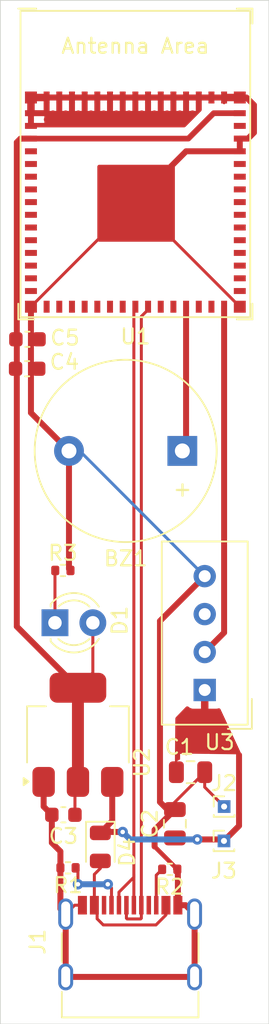
<source format=kicad_pcb>
(kicad_pcb (version 20241229) (generator "pcbnew") (generator_version "9.0")
  (layers (0 "F.Cu" signal) (2 "B.Cu" signal) (13 "F.Paste" user) (15 "B.Paste" user) (5 "F.SilkS" user "F.Silkscreen") (7 "B.SilkS" user "B.Silkscreen") (1 "F.Mask" user) (3 "B.Mask" user) (25 "Edge.Cuts" user))
  (net 0 "")
  (net 1 "GND")
  (net 2 "Net-(J1-CC2)")
  (net 3 "Net-(BZ1-+)")
  (net 4 "D+")
  (net 5 "Net-(J1-CC1)")
  (net 6 "D-")
  (net 10 "VCC_5V")
  (net 21 "VCC_3V3")
  (net 22 "Net-(D1-K)")
  (net 30 "Net-(D4-A)")
  (net 43 "TEMP")
  (footprint "Sensor:Aosong_DHT11_5.5x12.0_P2.54mm" (layer "F.Cu") (at 154.9 106.845 180)
    (property "Reference" "U3" (at -1 -3.5 0) (layer "F.SilkS"))
    (property "Value" "DHT11" (hide yes))
    (fp_line (start 2.88 9.94) (end -2.88 9.94) (stroke (width 0.12)) (layer "F.SilkS"))
    (fp_line (start 2.88 -2.32) (end 2.88 9.94) (stroke (width 0.12)) (layer "F.SilkS"))
    (fp_line (start -2.87 -2.32) (end 2.87 -2.32) (stroke (width 0.12)) (layer "F.SilkS"))
    (fp_line (start -2.88 9.94) (end -2.88 -2.31) (stroke (width 0.12)) (layer "F.SilkS"))
    (fp_line (start -3.16 -2.6) (end -1.55 -2.6) (stroke (width 0.12)) (layer "F.SilkS"))
    (fp_line (start -3.16 -2.6) (end -3.16 -0.6) (stroke (width 0.12)) (layer "F.SilkS"))
    (pad "1" thru_hole rect (at 0 0 180) (size 1.5 1.5) (drill 0.8) (layers "*.Cu" "*.Mask") (net 10 "VCC_5V"))
    (pad "2" thru_hole circle (at 0 2.54 180) (size 1.5 1.5) (drill 0.8) (layers "*.Cu" "*.Mask") (net 43 "TEMP"))
    (pad "3" thru_hole circle (at 0 5.08 180) (size 1.5 1.5) (drill 0.8) (layers "*.Cu" "*.Mask"))
    (pad "4" thru_hole circle (at 0 7.62 180) (size 1.5 1.5) (drill 0.8) (layers "*.Cu" "*.Mask") (net 1 "GND"))
  )
  (footprint "Buzzer_Beeper:Buzzer_12x9.5RM7.6" (layer "F.Cu") (at 153.4 90.845 180)
    (property "Reference" "BZ1" (at 3.8 -7.2 0) (layer "F.SilkS"))
    (property "Value" "Buzzer" (hide yes))
    (fp_circle (center 3.8 0) (end 9.9 0) (stroke (width 0.12)) (fill no) (layer "F.SilkS"))
    (fp_text user "+" (at -0.01 -2.54 0) (layer "F.SilkS"))
    (pad "1" thru_hole rect (at 0 0 180) (size 2 2) (drill 1) (layers "*.Cu" "*.Mask") (net 3 "Net-(BZ1-+)"))
    (pad "2" thru_hole circle (at 7.6 0 180) (size 2 2) (drill 1) (layers "*.Cu" "*.Mask") (net 1 "GND"))
  )
  (footprint "Connector_PinHeader_1.00mm:PinHeader_1x01_P1.00mm_Vertical" (layer "F.Cu") (at 156.2 114.645)
    (property "Reference" "J2" (at 0 -1.56 0) (layer "F.SilkS"))
    (property "Value" "Conn_01x01_Pin" (hide yes))
    (fp_line (start -0.695 -0.685) (end 0 -0.685) (stroke (width 0.12)) (layer "F.SilkS"))
    (fp_line (start -0.695 0) (end -0.695 -0.685) (stroke (width 0.12)) (layer "F.SilkS"))
    (fp_line (start -0.695 0.685) (end -0.695 0.56) (stroke (width 0.12)) (layer "F.SilkS"))
    (fp_line (start -0.695 0.685) (end -0.608276 0.685) (stroke (width 0.12)) (layer "F.SilkS"))
    (fp_line (start -0.695 0.685) (end 0.695 0.685) (stroke (width 0.12)) (layer "F.SilkS"))
    (fp_line (start 0.608276 0.685) (end 0.695 0.685) (stroke (width 0.12)) (layer "F.SilkS"))
    (fp_line (start 0.695 0.685) (end 0.695 0.56) (stroke (width 0.12)) (layer "F.SilkS"))
    (pad "1" thru_hole rect (at 0 0) (size 0.85 0.85) (drill 0.4) (layers "*.Cu" "*.Mask") (net 1 "GND"))
  )
  (footprint "Resistor_SMD:R_0402_1005Metric" (layer "F.Cu") (at 145.735 118.745 180)
    (property "Reference" "R1" (at 0 -1.17 180) (layer "F.SilkS"))
    (property "Value" "5.1k" (hide yes))
    (fp_line (start -0.153641 0.38) (end 0.153641 0.38) (stroke (width 0.12)) (layer "F.SilkS"))
    (fp_line (start -0.153641 -0.38) (end 0.153641 -0.38) (stroke (width 0.12)) (layer "F.SilkS"))
    (pad "1" smd roundrect (at -0.51 0 180) (size 0.54 0.64) (layers "F.Cu" "F.Mask" "F.Paste") (net 5 "Net-(J1-CC1)"))
    (pad "2" smd roundrect (at 0.51 0 180) (size 0.54 0.64) (layers "F.Cu" "F.Mask" "F.Paste") (net 1 "GND"))
  )
  (footprint "PCM_Espressif:ESP32-S3-MINI-1" (layer "F.Cu") (at 150.25 74.195)
    (property "Reference" "U1" (at 0 9 0) (layer "F.SilkS"))
    (property "Value" "ESP32-S3-MINI-1" (hide yes))
    (fp_line (start -7.85 7.85) (end -7.85 6.8) (stroke (width 0.12)) (layer "F.SilkS"))
    (fp_line (start -7.7 -12.8) (end -7.7 -7.7) (stroke (width 0.12)) (layer "F.SilkS"))
    (fp_line (start -7.7 -12.8) (end 7.7 -12.8) (stroke (width 0.12)) (layer "F.SilkS"))
    (fp_line (start -7.7 7.7) (end -7.7 -7.7) (stroke (width 0.12)) (layer "F.SilkS"))
    (fp_line (start -6.8 7.85) (end -7.85 7.85) (stroke (width 0.12)) (layer "F.SilkS"))
    (fp_line (start -6.65 -12.95) (end -7.85 -12.95) (stroke (width 0.12)) (layer "F.SilkS"))
    (fp_line (start 6.8 -12.95) (end 7.85 -12.95) (stroke (width 0.12)) (layer "F.SilkS"))
    (fp_line (start 6.8 7.85) (end 7.85 7.85) (stroke (width 0.12)) (layer "F.SilkS"))
    (fp_line (start 7.7 -12.8) (end 7.7 -7.7) (stroke (width 0.12)) (layer "F.SilkS"))
    (fp_line (start 7.7 -7.7) (end 7.7 7.7) (stroke (width 0.12)) (layer "F.SilkS"))
    (fp_line (start 7.7 7.7) (end -7.7 7.7) (stroke (width 0.12)) (layer "F.SilkS"))
    (fp_line (start 7.85 -12.95) (end 7.85 -11.95) (stroke (width 0.12)) (layer "F.SilkS"))
    (fp_line (start 7.85 7.85) (end 7.85 6.8) (stroke (width 0.12)) (layer "F.SilkS"))
    (fp_text user "Antenna Area" (at 0 -10.45 0) (layer "F.SilkS"))
    (pad "1" smd rect (at -7 -5.95 90) (size 0.4 0.8) (layers "F.Cu" "F.Mask" "F.Paste") (net 1 "GND"))
    (pad "2" smd rect (at -7 -5.1 90) (size 0.4 0.8) (layers "F.Cu" "F.Mask" "F.Paste") (net 1 "GND"))
    (pad "3" smd rect (at -7 -4.25 90) (size 0.4 0.8) (layers "F.Cu" "F.Mask" "F.Paste") (net 21 "VCC_3V3"))
    (pad "4" smd rect (at -7 -3.4 90) (size 0.4 0.8) (layers "F.Cu" "F.Mask" "F.Paste"))
    (pad "5" smd rect (at -7 -2.55 90) (size 0.4 0.8) (layers "F.Cu" "F.Mask" "F.Paste"))
    (pad "6" smd rect (at -7 -1.7 90) (size 0.4 0.8) (layers "F.Cu" "F.Mask" "F.Paste"))
    (pad "7" smd rect (at -7 -0.85 90) (size 0.4 0.8) (layers "F.Cu" "F.Mask" "F.Paste"))
    (pad "8" smd rect (at -7 0 90) (size 0.4 0.8) (layers "F.Cu" "F.Mask" "F.Paste"))
    (pad "9" smd rect (at -7 0.85 90) (size 0.4 0.8) (layers "F.Cu" "F.Mask" "F.Paste"))
    (pad "10" smd rect (at -7 1.7 90) (size 0.4 0.8) (layers "F.Cu" "F.Mask" "F.Paste"))
    (pad "11" smd rect (at -7 2.55 90) (size 0.4 0.8) (layers "F.Cu" "F.Mask" "F.Paste"))
    (pad "12" smd rect (at -7 3.4 90) (size 0.4 0.8) (layers "F.Cu" "F.Mask" "F.Paste"))
    (pad "13" smd rect (at -7 4.25 90) (size 0.4 0.8) (layers "F.Cu" "F.Mask" "F.Paste"))
    (pad "14" smd rect (at -7 5.1 90) (size 0.4 0.8) (layers "F.Cu" "F.Mask" "F.Paste"))
    (pad "15" smd rect (at -7 5.95 90) (size 0.4 0.8) (layers "F.Cu" "F.Mask" "F.Paste"))
    (pad "16" smd rect (at -5.95 7) (size 0.4 0.8) (layers "F.Cu" "F.Mask" "F.Paste"))
    (pad "17" smd rect (at -5.1 7) (size 0.4 0.8) (layers "F.Cu" "F.Mask" "F.Paste"))
    (pad "18" smd rect (at -4.25 7) (size 0.4 0.8) (layers "F.Cu" "F.Mask" "F.Paste"))
    (pad "19" smd rect (at -3.4 7) (size 0.4 0.8) (layers "F.Cu" "F.Mask" "F.Paste"))
    (pad "20" smd rect (at -2.55 7) (size 0.4 0.8) (layers "F.Cu" "F.Mask" "F.Paste"))
    (pad "21" smd rect (at -1.7 7) (size 0.4 0.8) (layers "F.Cu" "F.Mask" "F.Paste"))
    (pad "22" smd rect (at -0.85 7) (size 0.4 0.8) (layers "F.Cu" "F.Mask" "F.Paste"))
    (pad "23" smd rect (at 0 7) (size 0.4 0.8) (layers "F.Cu" "F.Mask" "F.Paste") (net 6 "D-"))
    (pad "24" smd rect (at 0.85 7) (size 0.4 0.8) (layers "F.Cu" "F.Mask" "F.Paste") (net 4 "D+"))
    (pad "25" smd rect (at 1.7 7) (size 0.4 0.8) (layers "F.Cu" "F.Mask" "F.Paste"))
    (pad "26" smd rect (at 2.55 7) (size 0.4 0.8) (layers "F.Cu" "F.Mask" "F.Paste"))
    (pad "27" smd rect (at 3.4 7) (size 0.4 0.8) (layers "F.Cu" "F.Mask" "F.Paste") (net 3 "Net-(BZ1-+)"))
    (pad "28" smd rect (at 4.25 7) (size 0.4 0.8) (layers "F.Cu" "F.Mask" "F.Paste"))
    (pad "29" smd rect (at 5.1 7) (size 0.4 0.8) (layers "F.Cu" "F.Mask" "F.Paste"))
    (pad "30" smd rect (at 5.95 7) (size 0.4 0.8) (layers "F.Cu" "F.Mask" "F.Paste") (net 43 "TEMP"))
    (pad "31" smd rect (at 7 5.95 90) (size 0.4 0.8) (layers "F.Cu" "F.Mask" "F.Paste"))
    (pad "32" smd rect (at 7 5.1 90) (size 0.4 0.8) (layers "F.Cu" "F.Mask" "F.Paste"))
    (pad "33" smd rect (at 7 4.25 90) (size 0.4 0.8) (layers "F.Cu" "F.Mask" "F.Paste"))
    (pad "34" smd rect (at 7 3.4 90) (size 0.4 0.8) (layers "F.Cu" "F.Mask" "F.Paste"))
    (pad "35" smd rect (at 7 2.55 90) (size 0.4 0.8) (layers "F.Cu" "F.Mask" "F.Paste"))
    (pad "36" smd rect (at 7 1.7 90) (size 0.4 0.8) (layers "F.Cu" "F.Mask" "F.Paste"))
    (pad "37" smd rect (at 7 0.85 90) (size 0.4 0.8) (layers "F.Cu" "F.Mask" "F.Paste"))
    (pad "38" smd rect (at 7 0 90) (size 0.4 0.8) (layers "F.Cu" "F.Mask" "F.Paste"))
    (pad "39" smd rect (at 7 -0.85 90) (size 0.4 0.8) (layers "F.Cu" "F.Mask" "F.Paste"))
    (pad "40" smd rect (at 7 -1.7 90) (size 0.4 0.8) (layers "F.Cu" "F.Mask" "F.Paste"))
    (pad "41" smd rect (at 7 -2.55 90) (size 0.4 0.8) (layers "F.Cu" "F.Mask" "F.Paste"))
    (pad "42" smd rect (at 7 -3.4 90) (size 0.4 0.8) (layers "F.Cu" "F.Mask" "F.Paste") (net 1 "GND"))
    (pad "43" smd rect (at 7 -4.25 90) (size 0.4 0.8) (layers "F.Cu" "F.Mask" "F.Paste") (net 1 "GND"))
    (pad "44" smd rect (at 7 -5.1 90) (size 0.4 0.8) (layers "F.Cu" "F.Mask" "F.Paste"))
    (pad "45" smd rect (at 7 -5.95 90) (size 0.4 0.8) (layers "F.Cu" "F.Mask" "F.Paste") (net 21 "VCC_3V3"))
    (pad "46" smd rect (at 5.95 -7) (size 0.4 0.8) (layers "F.Cu" "F.Mask" "F.Paste") (net 1 "GND"))
    (pad "47" smd rect (at 5.1 -7) (size 0.4 0.8) (layers "F.Cu" "F.Mask" "F.Paste") (net 1 "GND"))
    (pad "48" smd rect (at 4.25 -7) (size 0.4 0.8) (layers "F.Cu" "F.Mask" "F.Paste") (net 1 "GND"))
    (pad "49" smd rect (at 3.4 -7) (size 0.4 0.8) (layers "F.Cu" "F.Mask" "F.Paste") (net 1 "GND"))
    (pad "50" smd rect (at 2.55 -7) (size 0.4 0.8) (layers "F.Cu" "F.Mask" "F.Paste") (net 1 "GND"))
    (pad "51" smd rect (at 1.7 -7) (size 0.4 0.8) (layers "F.Cu" "F.Mask" "F.Paste") (net 1 "GND"))
    (pad "52" smd rect (at 0.85 -7) (size 0.4 0.8) (layers "F.Cu" "F.Mask" "F.Paste") (net 1 "GND"))
    (pad "53" smd rect (at 0 -7) (size 0.4 0.8) (layers "F.Cu" "F.Mask" "F.Paste") (net 1 "GND"))
    (pad "54" smd rect (at -0.85 -7) (size 0.4 0.8) (layers "F.Cu" "F.Mask" "F.Paste") (net 1 "GND"))
    (pad "55" smd rect (at -1.7 -7) (size 0.4 0.8) (layers "F.Cu" "F.Mask" "F.Paste") (net 1 "GND"))
    (pad "56" smd rect (at -2.55 -7) (size 0.4 0.8) (layers "F.Cu" "F.Mask" "F.Paste") (net 1 "GND"))
    (pad "57" smd rect (at -3.4 -7) (size 0.4 0.8) (layers "F.Cu" "F.Mask" "F.Paste") (net 1 "GND"))
    (pad "58" smd rect (at -4.25 -7) (size 0.4 0.8) (layers "F.Cu" "F.Mask" "F.Paste") (net 1 "GND"))
    (pad "59" smd rect (at -5.1 -7) (size 0.4 0.8) (layers "F.Cu" "F.Mask" "F.Paste") (net 1 "GND"))
    (pad "60" smd rect (at -5.95 -7) (size 0.4 0.8) (layers "F.Cu" "F.Mask" "F.Paste") (net 1 "GND"))
    (pad "61" smd custom (at -1.65 -1.65) (size 0.6 0.6) (layers "F.Cu" "F.Mask" "F.Paste") (net 1 "GND") (options (clearance outline) (anchor rect)) (primitives (gr_poly (pts (xy 0.6 0.6) (xy -0.6 0.6) (xy -0.6 0) (xy 0 -0.6) (xy 0.6 -0.6)) (width 0) (fill yes))))
    (pad "61" smd rect (at -1.65 0) (size 1.2 1.2) (layers "F.Cu" "F.Mask" "F.Paste") (net 1 "GND"))
    (pad "61" smd rect (at -1.65 1.65) (size 1.2 1.2) (layers "F.Cu" "F.Mask" "F.Paste") (net 1 "GND"))
    (pad "61" smd rect (at 0 -1.65) (size 1.2 1.2) (layers "F.Cu" "F.Mask" "F.Paste") (net 1 "GND"))
    (pad "61" smd rect (at 0 0) (size 1.2 1.2) (layers "F.Cu" "F.Mask" "F.Paste") (net 1 "GND"))
    (pad "61" smd rect (at 0 1.65) (size 1.2 1.2) (layers "F.Cu" "F.Mask" "F.Paste") (net 1 "GND"))
    (pad "61" smd rect (at 1.65 -1.65) (size 1.2 1.2) (layers "F.Cu" "F.Mask" "F.Paste") (net 1 "GND"))
    (pad "61" smd rect (at 1.65 0) (size 1.2 1.2) (layers "F.Cu" "F.Mask" "F.Paste") (net 1 "GND"))
    (pad "61" smd rect (at 1.65 1.65) (size 1.2 1.2) (layers "F.Cu" "F.Mask" "F.Paste") (net 1 "GND"))
    (pad "62" smd rect (at -7 -7 180) (size 0.8 0.8) (layers "F.Cu" "F.Mask" "F.Paste") (net 1 "GND"))
    (pad "63" smd rect (at -7 7 180) (size 0.8 0.8) (layers "F.Cu" "F.Mask" "F.Paste") (net 1 "GND"))
    (pad "64" smd rect (at 7 7 180) (size 0.8 0.8) (layers "F.Cu" "F.Mask" "F.Paste") (net 1 "GND"))
    (pad "65" smd rect (at 7 -7 180) (size 0.8 0.8) (layers "F.Cu" "F.Mask" "F.Paste") (net 1 "GND"))
    (zone (net 0) (net_name "") (layers "F.Cu" "B.Cu") (name "antenna keepout") (connect_pads (clearance 0)) (min_thickness 0.254)
      (keepout (tracks not_allowed) (vias not_allowed) (pads not_allowed) (copperpour not_allowed) (footprints not_allowed))
      (fill (thermal_gap 0.508) (thermal_bridge_width 0.508))
      (polygon (pts (xy 157.95 66.495) (xy 142.55 66.495) (xy 142.55 61.395) (xy 157.95 61.395)))
    )
  )
  (footprint "Diode_SMD:D_0805_2012Metric" (layer "F.Cu") (at 147.9 117.345 -90)
    (property "Reference" "D4" (at 0.35 -1.8 90) (layer "F.SilkS"))
    (property "Value" "1N5400" (hide yes))
    (fp_line (start -1.685 0.96) (end 1 0.96) (stroke (width 0.12)) (layer "F.SilkS"))
    (fp_line (start -1.685 -0.96) (end -1.685 0.96) (stroke (width 0.12)) (layer "F.SilkS"))
    (fp_line (start 1 -0.96) (end -1.685 -0.96) (stroke (width 0.12)) (layer "F.SilkS"))
    (pad "1" smd roundrect (at -0.9375 0 270) (size 0.975 1.4) (layers "F.Cu" "F.Mask" "F.Paste") (net 10 "VCC_5V"))
    (pad "2" smd roundrect (at 0.9375 0 270) (size 0.975 1.4) (layers "F.Cu" "F.Mask" "F.Paste") (net 30 "Net-(D4-A)"))
  )
  (footprint "Capacitor_SMD:C_0603_1608Metric" (layer "F.Cu") (at 142.995 85.345)
    (property "Reference" "C4" (at 2.495 -0.45 0) (layer "F.SilkS"))
    (property "Value" "10uC" (hide yes))
    (fp_line (start -0.14058 -0.51) (end 0.14058 -0.51) (stroke (width 0.12)) (layer "F.SilkS"))
    (fp_line (start -0.14058 0.51) (end 0.14058 0.51) (stroke (width 0.12)) (layer "F.SilkS"))
    (pad "1" smd roundrect (at -0.775 0) (size 0.9 0.95) (layers "F.Cu" "F.Mask" "F.Paste") (net 21 "VCC_3V3"))
    (pad "2" smd roundrect (at 0.775 0) (size 0.9 0.95) (layers "F.Cu" "F.Mask" "F.Paste") (net 1 "GND"))
  )
  (footprint "Capacitor_SMD:C_0805_2012Metric" (layer "F.Cu") (at 153.95 112.345)
    (property "Reference" "C1" (at -0.75 -1.68 0) (layer "F.SilkS"))
    (property "Value" "10uF" (hide yes))
    (fp_line (start -0.261252 -0.735) (end 0.261252 -0.735) (stroke (width 0.12)) (layer "F.SilkS"))
    (fp_line (start -0.261252 0.735) (end 0.261252 0.735) (stroke (width 0.12)) (layer "F.SilkS"))
    (pad "1" smd roundrect (at -0.95 0) (size 1 1.45) (layers "F.Cu" "F.Mask" "F.Paste") (net 10 "VCC_5V"))
    (pad "2" smd roundrect (at 0.95 0) (size 1 1.45) (layers "F.Cu" "F.Mask" "F.Paste") (net 1 "GND"))
  )
  (footprint "Capacitor_SMD:C_0603_1608Metric" (layer "F.Cu") (at 145.425 115.195 180)
    (property "Reference" "C3" (at 0 -1.43 180) (layer "F.SilkS"))
    (property "Value" "22uF" (hide yes))
    (fp_line (start -0.14058 0.51) (end 0.14058 0.51) (stroke (width 0.12)) (layer "F.SilkS"))
    (fp_line (start -0.14058 -0.51) (end 0.14058 -0.51) (stroke (width 0.12)) (layer "F.SilkS"))
    (pad "1" smd roundrect (at -0.775 0 180) (size 0.9 0.95) (layers "F.Cu" "F.Mask" "F.Paste") (net 21 "VCC_3V3"))
    (pad "2" smd roundrect (at 0.775 0 180) (size 0.9 0.95) (layers "F.Cu" "F.Mask" "F.Paste") (net 1 "GND"))
  )
  (footprint "Resistor_SMD:R_0402_1005Metric" (layer "F.Cu") (at 152.555 118.845 180)
    (property "Reference" "R2" (at 0 -1.17 180) (layer "F.SilkS"))
    (property "Value" "5.1k" (hide yes))
    (fp_line (start -0.153641 0.38) (end 0.153641 0.38) (stroke (width 0.12)) (layer "F.SilkS"))
    (fp_line (start -0.153641 -0.38) (end 0.153641 -0.38) (stroke (width 0.12)) (layer "F.SilkS"))
    (pad "1" smd roundrect (at -0.51 0 180) (size 0.54 0.64) (layers "F.Cu" "F.Mask" "F.Paste") (net 1 "GND"))
    (pad "2" smd roundrect (at 0.51 0 180) (size 0.54 0.64) (layers "F.Cu" "F.Mask" "F.Paste") (net 2 "Net-(J1-CC2)"))
  )
  (footprint "Connector_PinHeader_1.00mm:PinHeader_1x01_P1.00mm_Vertical" (layer "F.Cu") (at 156.19 116.945)
    (property "Reference" "J3" (at 0 2 0) (layer "F.SilkS"))
    (property "Value" "Conn_01x01_Pin" (hide yes))
    (fp_line (start -0.695 -0.685) (end 0 -0.685) (stroke (width 0.12)) (layer "F.SilkS"))
    (fp_line (start -0.695 0) (end -0.695 -0.685) (stroke (width 0.12)) (layer "F.SilkS"))
    (fp_line (start -0.695 0.685) (end -0.695 0.56) (stroke (width 0.12)) (layer "F.SilkS"))
    (fp_line (start -0.695 0.685) (end -0.608276 0.685) (stroke (width 0.12)) (layer "F.SilkS"))
    (fp_line (start -0.695 0.685) (end 0.695 0.685) (stroke (width 0.12)) (layer "F.SilkS"))
    (fp_line (start 0.608276 0.685) (end 0.695 0.685) (stroke (width 0.12)) (layer "F.SilkS"))
    (fp_line (start 0.695 0.685) (end 0.695 0.56) (stroke (width 0.12)) (layer "F.SilkS"))
    (pad "1" thru_hole rect (at 0 0) (size 0.85 0.85) (drill 0.4) (layers "*.Cu" "*.Mask") (net 10 "VCC_5V"))
  )
  (footprint "Resistor_SMD:R_0402_1005Metric" (layer "F.Cu") (at 145.39 98.845)
    (property "Reference" "R3" (at 0 -1.17 0) (layer "F.SilkS"))
    (property "Value" "1k" (hide yes))
    (fp_line (start -0.153641 -0.38) (end 0.153641 -0.38) (stroke (width 0.12)) (layer "F.SilkS"))
    (fp_line (start -0.153641 0.38) (end 0.153641 0.38) (stroke (width 0.12)) (layer "F.SilkS"))
    (pad "1" smd roundrect (at -0.51 0) (size 0.54 0.64) (layers "F.Cu" "F.Mask" "F.Paste") (net 22 "Net-(D1-K)"))
    (pad "2" smd roundrect (at 0.51 0) (size 0.54 0.64) (layers "F.Cu" "F.Mask" "F.Paste") (net 1 "GND"))
  )
  (footprint "Package_TO_SOT_SMD:SOT-223-3_TabPin2" (layer "F.Cu") (at 146.4 109.845 90)
    (property "Reference" "U2" (at -1.85 4.3 270) (layer "F.SilkS"))
    (property "Value" "AMS1117-3.3" (hide yes))
    (fp_line (start 1.91 -3.41) (end 1.91 -2.15) (stroke (width 0.12)) (layer "F.SilkS"))
    (fp_line (start -1.85 -3.41) (end 1.91 -3.41) (stroke (width 0.12)) (layer "F.SilkS"))
    (fp_line (start 1.91 3.41) (end 1.91 2.15) (stroke (width 0.12)) (layer "F.SilkS"))
    (fp_line (start -1.85 3.41) (end 1.91 3.41) (stroke (width 0.12)) (layer "F.SilkS"))
    (fp_poly (pts (xy -3.13 -3.31) (xy -3.37 -3.64) (xy -2.89 -3.64) (xy -3.13 -3.31)) (stroke (width 0.12)) (fill yes) (layer "F.SilkS"))
    (pad "1" smd roundrect (at -3.15 -2.3 90) (size 2 1.5) (layers "F.Cu" "F.Mask" "F.Paste") (net 1 "GND"))
    (pad "2" smd roundrect (at -3.15 0 90) (size 2 1.5) (layers "F.Cu" "F.Mask" "F.Paste") (net 21 "VCC_3V3"))
    (pad "2" smd roundrect (at 3.15 0 90) (size 2 3.8) (layers "F.Cu" "F.Mask" "F.Paste") (net 21 "VCC_3V3"))
    (pad "3" smd roundrect (at -3.15 2.3 90) (size 2 1.5) (layers "F.Cu" "F.Mask" "F.Paste") (net 10 "VCC_5V"))
  )
  (footprint "Capacitor_SMD:C_0603_1608Metric" (layer "F.Cu") (at 143.015 83.375)
    (property "Reference" "C5" (at 2.515 -0.1 0) (layer "F.SilkS"))
    (property "Value" "0.1uC" (hide yes))
    (fp_line (start -0.14058 -0.51) (end 0.14058 -0.51) (stroke (width 0.12)) (layer "F.SilkS"))
    (fp_line (start -0.14058 0.51) (end 0.14058 0.51) (stroke (width 0.12)) (layer "F.SilkS"))
    (pad "1" smd roundrect (at -0.775 0) (size 0.9 0.95) (layers "F.Cu" "F.Mask" "F.Paste") (net 21 "VCC_3V3"))
    (pad "2" smd roundrect (at 0.775 0) (size 0.9 0.95) (layers "F.Cu" "F.Mask" "F.Paste") (net 1 "GND"))
  )
  (footprint "LED_THT:LED_D3.0mm" (layer "F.Cu") (at 144.86 102.345)
    (property "Reference" "D1" (at 4.34 -0.15 90) (layer "F.SilkS"))
    (property "Value" "LED" (hide yes))
    (fp_line (start -0.29 -1.236) (end -0.29 -1.08) (stroke (width 0.12)) (layer "F.SilkS"))
    (fp_line (start -0.29 1.08) (end -0.29 1.236) (stroke (width 0.12)) (layer "F.SilkS"))
    (fp_arc (start -0.29 -1.235516) (mid 1.365624 -1.987701) (end 2.941397 -1.080061) (stroke (width 0.12)) (layer "F.SilkS"))
    (fp_arc (start 0.229039 -1.08) (mid 1.269964 -1.5) (end 2.31091 -1.080049) (stroke (width 0.12)) (layer "F.SilkS"))
    (fp_arc (start 2.31091 1.080049) (mid 1.269964 1.5) (end 0.229039 1.08) (stroke (width 0.12)) (layer "F.SilkS"))
    (fp_arc (start 2.941397 1.080061) (mid 1.365624 1.987701) (end -0.29 1.235516) (stroke (width 0.12)) (layer "F.SilkS"))
    (pad "1" thru_hole rect (at 0 0) (size 1.8 1.8) (drill 0.9) (layers "*.Cu" "*.Mask") (net 22 "Net-(D1-K)"))
    (pad "2" thru_hole circle (at 2.54 0) (size 1.8 1.8) (drill 0.9) (layers "*.Cu" "*.Mask") (net 21 "VCC_3V3"))
  )
  (footprint "Capacitor_SMD:C_0805_2012Metric" (layer "F.Cu") (at 152.9 115.795 90)
    (property "Reference" "C2" (at 0 -1.68 90) (layer "F.SilkS"))
    (property "Value" "10uF" (hide yes))
    (fp_line (start -0.261252 -0.735) (end 0.261252 -0.735) (stroke (width 0.12)) (layer "F.SilkS"))
    (fp_line (start -0.261252 0.735) (end 0.261252 0.735) (stroke (width 0.12)) (layer "F.SilkS"))
    (pad "1" smd roundrect (at -0.95 0 90) (size 1 1.45) (layers "F.Cu" "F.Mask" "F.Paste") (net 10 "VCC_5V"))
    (pad "2" smd roundrect (at 0.95 0 90) (size 1 1.45) (layers "F.Cu" "F.Mask" "F.Paste") (net 1 "GND"))
  )
  (footprint "Connector_USB:USB_C_Receptacle_G-Switch_GT-USB-7010ASV" (layer "F.Cu") (at 149.9 124.97)
    (property "Reference" "J1" (at -6.2 -1.275 90) (layer "F.SilkS"))
    (property "Value" "USB_C_Receptacle_USB2.0_14P" (hide yes))
    (fp_line (start -4.58 -1.85) (end -4.58 0.07) (stroke (width 0.12)) (layer "F.SilkS"))
    (fp_line (start -4.58 3.785) (end -4.58 2.08) (stroke (width 0.12)) (layer "F.SilkS"))
    (fp_line (start 4.58 0.07) (end 4.58 -1.85) (stroke (width 0.12)) (layer "F.SilkS"))
    (fp_line (start 4.58 2.08) (end 4.58 3.785) (stroke (width 0.12)) (layer "F.SilkS"))
    (fp_line (start 4.58 3.785) (end -4.58 3.785) (stroke (width 0.12)) (layer "F.SilkS"))
    (pad "" np_thru_hole circle (at -2.89 -2.5) (size 0.5 0.5) (drill 0.5) (layers "*.Cu" "*.Mask"))
    (pad "" np_thru_hole circle (at 2.89 -2.5) (size 0.5 0.5) (drill 0.5) (layers "*.Cu" "*.Mask"))
    (pad "A1" smd rect (at -3.2 -3.725) (size 0.6 1.24) (layers "F.Cu" "F.Mask" "F.Paste") (net 1 "GND"))
    (pad "A4" smd rect (at -2.4 -3.725) (size 0.6 1.24) (layers "F.Cu" "F.Mask" "F.Paste") (net 30 "Net-(D4-A)"))
    (pad "A5" smd rect (at -1.25 -3.725) (size 0.3 1.24) (layers "F.Cu" "F.Mask" "F.Paste") (net 5 "Net-(J1-CC1)"))
    (pad "A6" smd rect (at -0.25 -3.725) (size 0.3 1.24) (layers "F.Cu" "F.Mask" "F.Paste") (net 4 "D+"))
    (pad "A7" smd rect (at 0.25 -3.725) (size 0.3 1.24) (layers "F.Cu" "F.Mask" "F.Paste") (net 6 "D-"))
    (pad "A8" smd rect (at 1.25 -3.725) (size 0.3 1.24) (layers "F.Cu" "F.Mask" "F.Paste"))
    (pad "A9" smd rect (at 2.4 -3.725) (size 0.6 1.24) (layers "F.Cu" "F.Mask" "F.Paste") (net 30 "Net-(D4-A)"))
    (pad "A12" smd rect (at 3.2 -3.725) (size 0.6 1.24) (layers "F.Cu" "F.Mask" "F.Paste") (net 1 "GND"))
    (pad "B1" smd rect (at 3.2 -3.725) (size 0.6 1.24) (layers "F.Cu" "F.Mask" "F.Paste") (net 1 "GND"))
    (pad "B4" smd rect (at 2.4 -3.725) (size 0.6 1.24) (layers "F.Cu" "F.Mask" "F.Paste") (net 30 "Net-(D4-A)"))
    (pad "B5" smd rect (at 1.75 -3.725) (size 0.3 1.24) (layers "F.Cu" "F.Mask" "F.Paste") (net 2 "Net-(J1-CC2)"))
    (pad "B6" smd rect (at 0.75 -3.725) (size 0.3 1.24) (layers "F.Cu" "F.Mask" "F.Paste") (net 4 "D+"))
    (pad "B7" smd rect (at -0.75 -3.725) (size 0.3 1.24) (layers "F.Cu" "F.Mask" "F.Paste") (net 6 "D-"))
    (pad "B8" smd rect (at -1.75 -3.725) (size 0.3 1.24) (layers "F.Cu" "F.Mask" "F.Paste"))
    (pad "B9" smd rect (at -2.4 -3.725) (size 0.6 1.24) (layers "F.Cu" "F.Mask" "F.Paste") (net 30 "Net-(D4-A)"))
    (pad "B12" smd rect (at -3.2 -3.725) (size 0.6 1.24) (layers "F.Cu" "F.Mask" "F.Paste") (net 1 "GND"))
    (pad "S1" thru_hole oval (at -4.32 -3.125) (size 1 2.1) (drill oval 0.6 1.7) (property pad_prop_heatsink) (layers "*.Cu" "*.Mask") (net 1 "GND"))
    (pad "S1" thru_hole oval (at -4.32 1.075) (size 1 1.8) (drill oval 0.6 1.4) (property pad_prop_heatsink) (layers "*.Cu" "*.Mask") (net 1 "GND"))
    (pad "S1" thru_hole oval (at 4.32 -3.125) (size 1 2.1) (drill oval 0.6 1.7) (property pad_prop_heatsink) (layers "*.Cu" "*.Mask") (net 1 "GND"))
    (pad "S1" thru_hole oval (at 4.32 1.075) (size 1 1.8) (drill oval 0.6 1.4) (property pad_prop_heatsink) (layers "*.Cu" "*.Mask") (net 1 "GND"))
  )
  (gr_rect (start 141.2 60.695) (end 159.2 129.195) (stroke (width 0.05)) (fill no) (layer "Edge.Cuts"))
  (segment (start 148.6 75.845) (end 148.55 75.845) (width 0.2) (layer "F.Cu") (net 1))
  (segment (start 146.18 121.245) (end 145.58 121.845) (width 0.2) (layer "F.Cu") (net 1))
  (segment (start 152.875 118.645001) (end 152.875 118.845) (width 0.2) (layer "F.Cu") (net 1))
  (segment (start 145.58 126.045) (end 154.22 126.045) (width 0.4) (layer "F.Cu") (net 1))
  (segment (start 153.1 118.88) (end 153.065 118.845) (width 0.2) (layer "F.Cu") (net 1))
  (segment (start 154.9 112.345) (end 154.9 113.345) (width 0.2) (layer "F.Cu") (net 1))
  (segment (start 145.58 121.845) (end 145.58 126.045) (width 0.4) (layer "F.Cu") (net 1))
  (segment (start 145.8 98.745) (end 145.9 98.845) (width 0.2) (layer "F.Cu") (net 1))
  (segment (start 144.1 114.645) (end 144.65 115.195) (width 0.4) (layer "F.Cu") (net 1))
  (segment (start 157.802 69.945) (end 157.25 69.945) (width 0.4) (layer "F.Cu") (net 1))
  (segment (start 145.8 90.845) (end 143.25 88.295) (width 0.4) (layer "F.Cu") (net 1))
  (segment (start 153.1 121.245) (end 153.62 121.245) (width 0.4) (layer "F.Cu") (net 1))
  (segment (start 156.2 67.195) (end 156.2 67.547) (width 0.2) (layer "F.Cu") (net 1))
  (segment (start 145.225 118.745) (end 145.225 121.49) (width 0.4) (layer "F.Cu") (net 1))
  (segment (start 145.225 117.645) (end 145.225 118.745) (width 0.4) (layer "F.Cu") (net 1))
  (segment (start 143.25 88.295) (end 143.25 81.195) (width 0.4) (layer "F.Cu") (net 1))
  (segment (start 151.539 116.206) (end 152.9 114.845) (width 0.4) (layer "F.Cu") (net 1))
  (segment (start 144.65 115.195) (end 144.65 117.07) (width 0.4) (layer "F.Cu") (net 1))
  (segment (start 158.2 69.547) (end 157.802 69.945) (width 0.4) (layer "F.Cu") (net 1))
  (segment (start 153.62 121.245) (end 154.22 121.845) (width 0.4) (layer "F.Cu") (net 1))
  (segment (start 157.25 69.945) (end 157 69.945) (width 0.2) (layer "F.Cu") (net 1))
  (segment (start 144.65 117.07) (end 145.225 117.645) (width 0.4) (layer "F.Cu") (net 1))
  (segment (start 151.539 117.319) (end 151.539 116.206) (width 0.4) (layer "F.Cu") (net 1))
  (segment (start 154.9 113.345) (end 156.2 114.645) (width 0.2) (layer "F.Cu") (net 1))
  (segment (start 153.065 118.845) (end 151.539 117.319) (width 0.3) (layer "F.Cu") (net 1))
  (segment (start 145.225 121.49) (end 145.58 121.845) (width 0.2) (layer "F.Cu") (net 1))
  (segment (start 157.7 67.195) (end 158.2 67.695) (width 0.4) (layer "F.Cu") (net 1))
  (segment (start 151.900062 102.224938) (end 151.900062 114.345062) (width 0.4) (layer "F.Cu") (net 1))
  (segment (start 153.65 70.795) (end 151.9 72.545) (width 0.4) (layer "F.Cu") (net 1))
  (segment (start 157.25 70.795) (end 153.65 70.795) (width 0.4) (layer "F.Cu") (net 1))
  (segment (start 151.900062 114.345062) (end 152.4 114.845) (width 0.4) (layer "F.Cu") (net 1))
  (segment (start 154.9 99.225) (end 151.900062 102.224938) (width 0.4) (layer "F.Cu") (net 1))
  (segment (start 153.1 121.245) (end 153.1 118.88) (width 0.4) (layer "F.Cu") (net 1))
  (segment (start 152.875 118.845) (end 153.1 119.07) (width 0.2) (layer "F.Cu") (net 1))
  (segment (start 143.25 81.195) (end 143.25 81.145) (width 0.2) (layer "F.Cu") (net 1))
  (segment (start 144.1 112.995) (end 144.1 114.645) (width 0.4) (layer "F.Cu") (net 1))
  (segment (start 146.7 121.245) (end 146.18 121.245) (width 0.2) (layer "F.Cu") (net 1))
  (segment (start 154.9 112.345) (end 152.4 114.845) (width 0.2) (layer "F.Cu") (net 1))
  (segment (start 158.2 67.695) (end 158.2 69.547) (width 0.4) (layer "F.Cu") (net 1))
  (segment (start 145.8 90.845) (end 145.8 98.745) (width 0.4) (layer "F.Cu") (net 1))
  (segment (start 148.6 75.845) (end 143.25 81.195) (width 0.2) (layer "F.Cu") (net 1))
  (segment (start 157.25 69.945) (end 157.25 70.795) (width 0.4) (layer "F.Cu") (net 1))
  (segment (start 151.9 75.845) (end 157.25 81.195) (width 0.2) (layer "F.Cu") (net 1))
  (segment (start 154.22 126.045) (end 154.22 121.845) (width 0.4) (layer "F.Cu") (net 1))
  (segment (start 157.25 67.195) (end 157.7 67.195) (width 0.2) (layer "F.Cu") (net 1))
  (segment (start 154.9 99.225) (end 146.52 90.845) (width 0.2) (layer "B.Cu") (net 1))
  (segment (start 146.52 90.845) (end 145.8 90.845) (width 0.2) (layer "B.Cu") (net 1))
  (segment (start 151.65 119.24) (end 152.045 118.845) (width 0.2) (layer "F.Cu") (net 2))
  (segment (start 151.65 121.245) (end 151.65 119.24) (width 0.2) (layer "F.Cu") (net 2))
  (segment (start 153.65 81.195) (end 153.65 90.595) (width 0.4) (layer "F.Cu") (net 3))
  (segment (start 153.65 90.595) (end 153.4 90.845) (width 0.2) (layer "F.Cu") (net 3))
  (segment (start 150.65 122.117) (end 150.65 121.245) (width 0.2) (layer "F.Cu") (net 4))
  (segment (start 150.65 81.845) (end 150.65 121.245) (width 0.2) (layer "F.Cu") (net 4))
  (segment (start 151.1 81.195) (end 151.1 81.395) (width 0.2) (layer "F.Cu") (net 4))
  (segment (start 150.601 122.166) (end 150.65 122.117) (width 0.2) (layer "F.Cu") (net 4))
  (segment (start 149.699 122.166) (end 150.601 122.166) (width 0.2) (layer "F.Cu") (net 4))
  (segment (start 149.65 121.245) (end 149.65 122.117) (width 0.2) (layer "F.Cu") (net 4))
  (segment (start 149.65 122.117) (end 149.699 122.166) (width 0.2) (layer "F.Cu") (net 4))
  (segment (start 151.1 81.395) (end 150.65 81.845) (width 0.2) (layer "F.Cu") (net 4))
  (segment (start 146.4 119.845) (end 146.4 118.9) (width 0.2) (layer "F.Cu") (net 5))
  (segment (start 146.375 119.82) (end 146.4 119.845) (width 0.2) (layer "F.Cu") (net 5))
  (segment (start 148.65 120.095) (end 148.4 119.845) (width 0.2) (layer "F.Cu") (net 5))
  (segment (start 146.4 118.9) (end 146.245 118.745) (width 0.2) (layer "F.Cu") (net 5))
  (segment (start 148.65 121.245) (end 148.65 120.095) (width 0.2) (layer "F.Cu") (net 5))
  (via (at 148.4 119.845) (size 0.7) (drill 0.3) (layers "F.Cu" "B.Cu") (net 5))
  (via (at 146.4 119.845) (size 0.7) (drill 0.3) (layers "F.Cu" "B.Cu") (net 5))
  (segment (start 148.4 119.845) (end 146.4 119.845) (width 0.4) (layer "B.Cu") (net 5))
  (segment (start 150.15 119.373) (end 149.15 120.373) (width 0.2) (layer "F.Cu") (net 6))
  (segment (start 150.15 119.845) (end 150.15 121.245) (width 0.2) (layer "F.Cu") (net 6))
  (segment (start 150.15 81.295) (end 150.15 119.195) (width 0.2) (layer "F.Cu") (net 6))
  (segment (start 150.15 119.195) (end 150.15 119.373) (width 0.2) (layer "F.Cu") (net 6))
  (segment (start 150.25 81.195) (end 150.15 81.295) (width 0.2) (layer "F.Cu") (net 6))
  (segment (start 149.15 120.373) (end 149.15 121.245) (width 0.2) (layer "F.Cu") (net 6))
  (segment (start 150.15 119.195) (end 150.15 119.845) (width 0.2) (layer "F.Cu") (net 6))
  (segment (start 152.8 116.345) (end 152.4 116.745) (width 0.2) (layer "F.Cu") (net 10))
  (segment (start 155.85 116.845) (end 156.2 117.195) (width 0.2) (layer "F.Cu") (net 10))
  (segment (start 154.4 116.845) (end 155.85 116.845) (width 0.4) (layer "F.Cu") (net 10))
  (segment (start 148.7 115.6075) (end 148.7 112.995) (width 0.4) (layer "F.Cu") (net 10))
  (segment (start 149.4 116.345) (end 147.9625 116.345) (width 0.4) (layer "F.Cu") (net 10))
  (segment (start 147.9625 116.345) (end 147.9 116.4075) (width 0.2) (layer "F.Cu") (net 10))
  (segment (start 157.2 115.895) (end 157.2 111.195) (width 0.4) (layer "F.Cu") (net 10))
  (segment (start 157.2 115.935) (end 157.2 115.895) (width 0.2) (layer "F.Cu") (net 10))
  (segment (start 154.4 116.845) (end 153 116.845) (width 0.4) (layer "F.Cu") (net 10))
  (segment (start 147.9 116.4075) (end 148.7 115.6075) (width 0.4) (layer "F.Cu") (net 10))
  (segment (start 156.19 116.945) (end 157.2 115.935) (width 0.4) (layer "F.Cu") (net 10))
  (segment (start 153 116.845) (end 152.9 116.745) (width 0.2) (layer "F.Cu") (net 10))
  (via (at 149.4 116.345) (size 0.7) (drill 0.3) (layers "F.Cu" "B.Cu") (net 10))
  (via (at 154.4 116.845) (size 0.7) (drill 0.3) (layers "F.Cu" "B.Cu") (net 10))
  (segment (start 149.4 116.345) (end 149.9 116.845) (width 0.4) (layer "B.Cu") (net 10))
  (segment (start 149.9 116.845) (end 154.4 116.845) (width 0.4) (layer "B.Cu") (net 10))
  (segment (start 145.875 113.52) (end 146.4 112.995) (width 0.2) (layer "F.Cu") (net 21))
  (segment (start 146.4 106.695) (end 147.4 105.695) (width 0.2) (layer "F.Cu") (net 21))
  (segment (start 142.301 102.596) (end 142.301 70.195) (width 0.4) (layer "F.Cu") (net 21))
  (segment (start 143.25 69.945) (end 153.8 69.945) (width 0.381) (layer "F.Cu") (net 21))
  (segment (start 146.4 106.695) (end 142.301 102.596) (width 0.4) (layer "F.Cu") (net 21))
  (segment (start 146.4 106.695) (end 146.4 112.995) (width 0.8) (layer "F.Cu") (net 21))
  (segment (start 155.5 68.245) (end 157.25 68.245) (width 0.381) (layer "F.Cu") (net 21))
  (segment (start 153.8 69.945) (end 155.5 68.245) (width 0.381) (layer "F.Cu") (net 21))
  (segment (start 142.551 69.945) (end 143.25 69.945) (width 0.4) (layer "F.Cu") (net 21))
  (segment (start 146.2 113.195) (end 146.4 112.995) (width 0.2) (layer "F.Cu") (net 21))
  (segment (start 147.4 105.695) (end 147.4 102.345) (width 0.2) (layer "F.Cu") (net 21))
  (segment (start 142.301 70.195) (end 142.551 69.945) (width 0.4) (layer "F.Cu") (net 21))
  (segment (start 146.2 115.195) (end 146.2 113.195) (width 0.2) (layer "F.Cu") (net 21))
  (segment (start 144.86 102.345) (end 144.86 98.865) (width 0.2) (layer "F.Cu") (net 22))
  (segment (start 144.86 98.865) (end 144.88 98.845) (width 0.2) (layer "F.Cu") (net 22))
  (segment (start 147.686 122.153) (end 148.1 122.567) (width 0.2) (layer "F.Cu") (net 30))
  (segment (start 147.686 121.431) (end 147.686 122.153) (width 0.2) (layer "F.Cu") (net 30))
  (segment (start 147.5 121.245) (end 147.5 119.1825) (width 0.2) (layer "F.Cu") (net 30))
  (segment (start 147.5 121.245) (end 147.686 121.431) (width 0.2) (layer "F.Cu") (net 30))
  (segment (start 148.1 122.567) (end 151.631992 122.567) (width 0.2) (layer "F.Cu") (net 30))
  (segment (start 147.9 118.2825) (end 147.9 118.7825) (width 0.2) (layer "F.Cu") (net 30))
  (segment (start 151.631992 122.567) (end 152.3 121.898992) (width 0.2) (layer "F.Cu") (net 30))
  (segment (start 152.3 121.898992) (end 152.3 121.245) (width 0.2) (layer "F.Cu") (net 30))
  (segment (start 147.9 118.7825) (end 147.5 119.1825) (width 0.2) (layer "F.Cu") (net 30))
  (segment (start 156.2 103.005) (end 154.9 104.305) (width 0.4) (layer "F.Cu") (net 43))
  (segment (start 156.2 81.195) (end 156.2 103.005) (width 0.4) (layer "F.Cu") (net 43))
  (zone (net 10) (net_name "VCC_5V") (layer "F.Cu") (priority 2) (connect_pads (clearance 0.5)) (min_thickness 0.25) (fill yes (thermal_gap 0.5) (thermal_bridge_width 0.5))
    (polygon (pts (xy 157.37 111.155) (xy 155.66 107.495) (xy 154.16 107.435) (xy 152.93 108.705) (xy 152.9 111.695) (xy 153.88 111.105)))
  )
  (zone (net 1) (net_name "GND") (layer "F.Cu") (priority 1) (connect_pads (clearance 0.5)) (min_thickness 0.25) (fill yes (thermal_gap 0.5) (thermal_bridge_width 0.5))
    (polygon (pts (xy 142.7 69.195) (xy 153.7 69.195) (xy 155.2 67.695) (xy 157.7 67.695) (xy 157.7 66.695) (xy 142.7 66.695)))
  )
  (zone (net 1) (net_name "GND") (layer "F.Cu") (connect_pads (clearance 0.5)) (min_thickness 0.25) (fill yes (thermal_gap 0.5) (thermal_bridge_width 0.5))
    (polygon (pts (xy 152.9 76.845) (xy 147.7 76.845) (xy 147.7 71.695) (xy 152.9 71.695)))
  )
)
</source>
